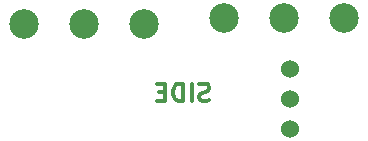
<source format=gbr>
%TF.GenerationSoftware,KiCad,Pcbnew,(6.0.2)*%
%TF.CreationDate,2022-03-02T15:34:03+00:00*%
%TF.ProjectId,305_Side_Hotswap,3330355f-5369-4646-955f-486f74737761,rev?*%
%TF.SameCoordinates,Original*%
%TF.FileFunction,Soldermask,Top*%
%TF.FilePolarity,Negative*%
%FSLAX46Y46*%
G04 Gerber Fmt 4.6, Leading zero omitted, Abs format (unit mm)*
G04 Created by KiCad (PCBNEW (6.0.2)) date 2022-03-02 15:34:03*
%MOMM*%
%LPD*%
G01*
G04 APERTURE LIST*
%ADD10C,0.300000*%
%ADD11C,2.500000*%
%ADD12C,1.524000*%
G04 APERTURE END LIST*
D10*
X54601829Y-27277142D02*
X54387544Y-27348571D01*
X54030401Y-27348571D01*
X53887544Y-27277142D01*
X53816115Y-27205714D01*
X53744686Y-27062857D01*
X53744686Y-26920000D01*
X53816115Y-26777142D01*
X53887544Y-26705714D01*
X54030401Y-26634285D01*
X54316115Y-26562857D01*
X54458972Y-26491428D01*
X54530401Y-26420000D01*
X54601829Y-26277142D01*
X54601829Y-26134285D01*
X54530401Y-25991428D01*
X54458972Y-25920000D01*
X54316115Y-25848571D01*
X53958972Y-25848571D01*
X53744686Y-25920000D01*
X53101829Y-27348571D02*
X53101829Y-25848571D01*
X52387544Y-27348571D02*
X52387544Y-25848571D01*
X52030401Y-25848571D01*
X51816115Y-25920000D01*
X51673258Y-26062857D01*
X51601829Y-26205714D01*
X51530401Y-26491428D01*
X51530401Y-26705714D01*
X51601829Y-26991428D01*
X51673258Y-27134285D01*
X51816115Y-27277142D01*
X52030401Y-27348571D01*
X52387544Y-27348571D01*
X50887544Y-26562857D02*
X50387544Y-26562857D01*
X50173258Y-27348571D02*
X50887544Y-27348571D01*
X50887544Y-25848571D01*
X50173258Y-25848571D01*
D11*
%TO.C,SW2*%
X38880000Y-20820000D03*
X43960000Y-20820000D03*
X49040000Y-20820000D03*
%TD*%
%TO.C,SW1*%
X55880000Y-20320000D03*
X60960000Y-20320000D03*
X66040000Y-20320000D03*
%TD*%
D12*
%TO.C,U1*%
X61460000Y-24590000D03*
X61460000Y-27130000D03*
X61460000Y-29670000D03*
%TD*%
M02*

</source>
